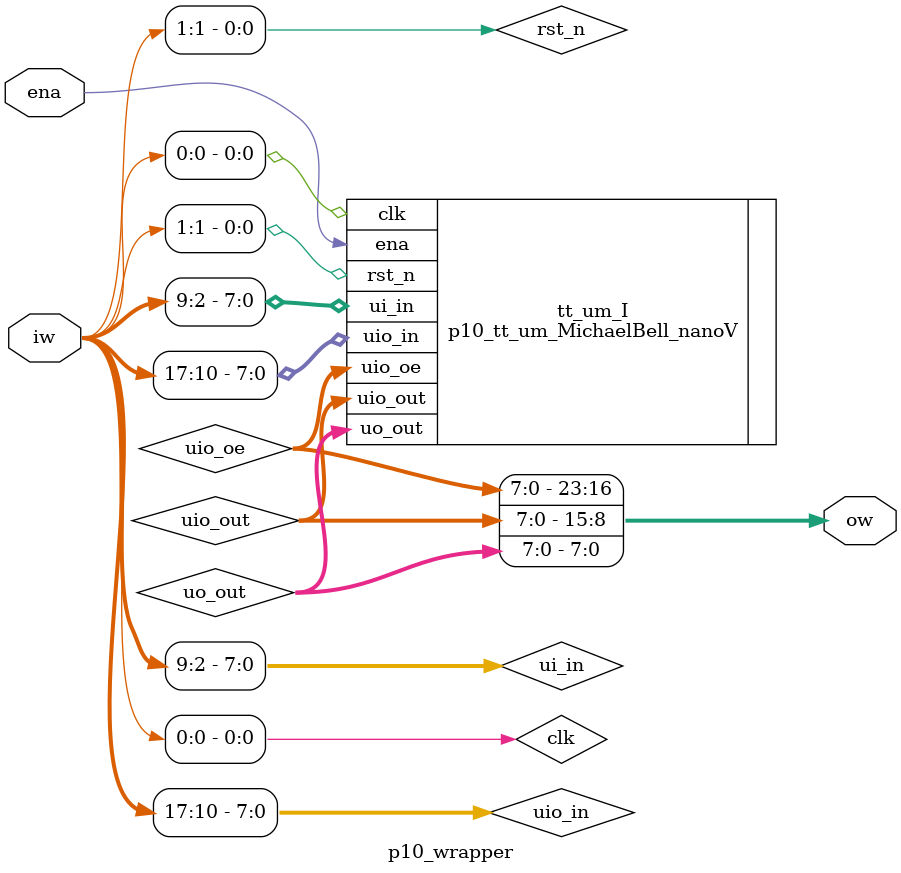
<source format=v>
`default_nettype none

module p10_wrapper (
  input wire ena,
  input wire [17:0] iw,
  output wire [23:0] ow
);

wire [7:0] uio_in;
wire [7:0] uio_out;
wire [7:0] uio_oe;
wire [7:0] uo_out;
wire [7:0] ui_in;
wire clk;
wire rst_n;

assign { uio_in, ui_in, rst_n, clk} = iw;
assign ow = { uio_oe, uio_out, uo_out };

p10_tt_um_MichaelBell_nanoV tt_um_I (
  .uio_in  (uio_in),
  .uio_out (uio_out),
  .uio_oe  (uio_oe),
  .uo_out  (uo_out),
  .ui_in   (ui_in),
  .ena     (ena),
  .clk     (clk),
  .rst_n   (rst_n)
);

endmodule

</source>
